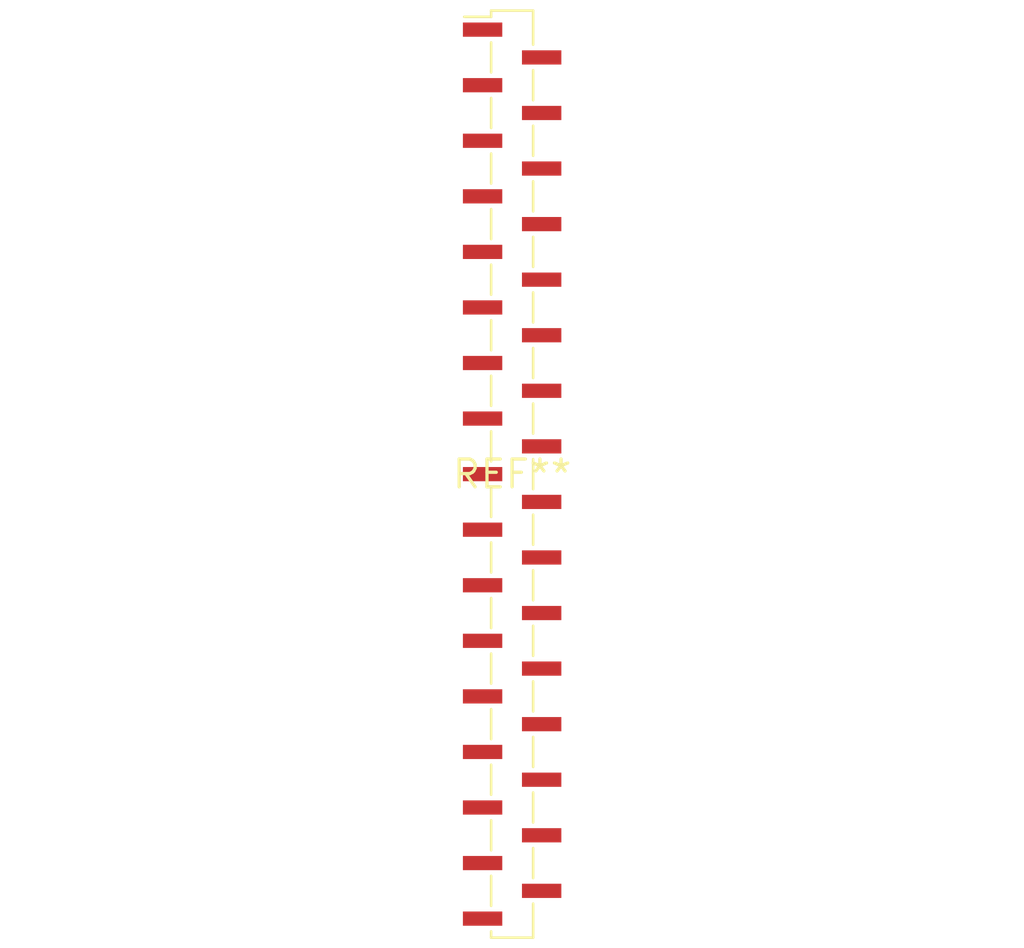
<source format=kicad_pcb>
(kicad_pcb (version 20240108) (generator pcbnew)
  (layers (0 "F.Cu" signal) (31 "B.Cu" signal) (34 "B.Paste" user) (35 "F.Paste" user) (36 "B.SilkS" user "B.Silkscreen") (37 "F.SilkS" user "F.Silkscreen") (38 "B.Mask" user) (39 "F.Mask" user) (44 "Edge.Cuts" user))
  (net 0 "")
  (footprint "PinSocket_1x33_P1.27mm_Vertical_SMD_Pin1Left" (layer "F.Cu") (at 0 0)
    (property "Reference" "REF**")
    (property "Value" "PinSocket_1x33_P1.27mm_Vertical_SMD_Pin1Left")
    (fp_line (start -2.19 -20.905) (end -0.96 -20.905) (layer "F.SilkS") (stroke (width 0.12)))
    (fp_line (start -0.96 -21.19) (end -0.96 -20.905) (layer "F.SilkS") (stroke (width 0.12)))
    (fp_line (start -0.96 -21.19) (end 0.96 -21.19) (layer "F.SilkS") (stroke (width 0.12)))
    (fp_line (start -0.96 -19.735) (end -0.96 -18.365) (layer "F.SilkS") (stroke (width 0.12)))
    (fp_line (start -0.96 -17.195) (end -0.96 -15.825) (layer "F.SilkS") (stroke (width 0.12)))
    (fp_line (start -0.96 -14.655) (end -0.96 -13.285) (layer "F.SilkS") (stroke (width 0.12)))
    (fp_line (start -0.96 -12.115) (end -0.96 -10.745) (layer "F.SilkS") (stroke (width 0.12)))
    (fp_line (start -0.96 -9.575) (end -0.96 -8.205) (layer "F.SilkS") (stroke (width 0.12)))
    (fp_line (start -0.96 -7.035) (end -0.96 -5.665) (layer "F.SilkS") (stroke (width 0.12)))
    (fp_line (start -0.96 -4.495) (end -0.96 -3.125) (layer "F.SilkS") (stroke (width 0.12)))
    (fp_line (start -0.96 -1.955) (end -0.96 -0.585) (layer "F.SilkS") (stroke (width 0.12)))
    (fp_line (start -0.96 0.585) (end -0.96 1.955) (layer "F.SilkS") (stroke (width 0.12)))
    (fp_line (start -0.96 3.125) (end -0.96 4.495) (layer "F.SilkS") (stroke (width 0.12)))
    (fp_line (start -0.96 5.665) (end -0.96 7.035) (layer "F.SilkS") (stroke (width 0.12)))
    (fp_line (start -0.96 8.205) (end -0.96 9.575) (layer "F.SilkS") (stroke (width 0.12)))
    (fp_line (start -0.96 10.745) (end -0.96 12.115) (layer "F.SilkS") (stroke (width 0.12)))
    (fp_line (start -0.96 13.285) (end -0.96 14.655) (layer "F.SilkS") (stroke (width 0.12)))
    (fp_line (start -0.96 15.825) (end -0.96 17.195) (layer "F.SilkS") (stroke (width 0.12)))
    (fp_line (start -0.96 18.365) (end -0.96 19.735) (layer "F.SilkS") (stroke (width 0.12)))
    (fp_line (start -0.96 20.905) (end -0.96 21.19) (layer "F.SilkS") (stroke (width 0.12)))
    (fp_line (start -0.96 21.19) (end 0.96 21.19) (layer "F.SilkS") (stroke (width 0.12)))
    (fp_line (start 0.96 -21.19) (end 0.96 -19.635) (layer "F.SilkS") (stroke (width 0.12)))
    (fp_line (start 0.96 -18.465) (end 0.96 -17.095) (layer "F.SilkS") (stroke (width 0.12)))
    (fp_line (start 0.96 -15.925) (end 0.96 -14.555) (layer "F.SilkS") (stroke (width 0.12)))
    (fp_line (start 0.96 -13.385) (end 0.96 -12.015) (layer "F.SilkS") (stroke (width 0.12)))
    (fp_line (start 0.96 -10.845) (end 0.96 -9.475) (layer "F.SilkS") (stroke (width 0.12)))
    (fp_line (start 0.96 -8.305) (end 0.96 -6.935) (layer "F.SilkS") (stroke (width 0.12)))
    (fp_line (start 0.96 -5.765) (end 0.96 -4.395) (layer "F.SilkS") (stroke (width 0.12)))
    (fp_line (start 0.96 -3.225) (end 0.96 -1.855) (layer "F.SilkS") (stroke (width 0.12)))
    (fp_line (start 0.96 -0.685) (end 0.96 0.685) (layer "F.SilkS") (stroke (width 0.12)))
    (fp_line (start 0.96 1.855) (end 0.96 3.225) (layer "F.SilkS") (stroke (width 0.12)))
    (fp_line (start 0.96 4.395) (end 0.96 5.765) (layer "F.SilkS") (stroke (width 0.12)))
    (fp_line (start 0.96 6.935) (end 0.96 8.305) (layer "F.SilkS") (stroke (width 0.12)))
    (fp_line (start 0.96 9.475) (end 0.96 10.845) (layer "F.SilkS") (stroke (width 0.12)))
    (fp_line (start 0.96 12.015) (end 0.96 13.385) (layer "F.SilkS") (stroke (width 0.12)))
    (fp_line (start 0.96 14.555) (end 0.96 15.925) (layer "F.SilkS") (stroke (width 0.12)))
    (fp_line (start 0.96 17.095) (end 0.96 18.465) (layer "F.SilkS") (stroke (width 0.12)))
    (fp_line (start 0.96 19.635) (end 0.96 21.19) (layer "F.SilkS") (stroke (width 0.12)))
    (pad "1" smd rect (at -1.35 -20.32) (size 1.8 0.65) (layers "F.Cu" "F.Paste" "F.Mask"))
    (pad "2" smd rect (at 1.35 -19.05) (size 1.8 0.65) (layers "F.Cu" "F.Paste" "F.Mask"))
    (pad "3" smd rect (at -1.35 -17.78) (size 1.8 0.65) (layers "F.Cu" "F.Paste" "F.Mask"))
    (pad "4" smd rect (at 1.35 -16.51) (size 1.8 0.65) (layers "F.Cu" "F.Paste" "F.Mask"))
    (pad "5" smd rect (at -1.35 -15.24) (size 1.8 0.65) (layers "F.Cu" "F.Paste" "F.Mask"))
    (pad "6" smd rect (at 1.35 -13.97) (size 1.8 0.65) (layers "F.Cu" "F.Paste" "F.Mask"))
    (pad "7" smd rect (at -1.35 -12.7) (size 1.8 0.65) (layers "F.Cu" "F.Paste" "F.Mask"))
    (pad "8" smd rect (at 1.35 -11.43) (size 1.8 0.65) (layers "F.Cu" "F.Paste" "F.Mask"))
    (pad "9" smd rect (at -1.35 -10.16) (size 1.8 0.65) (layers "F.Cu" "F.Paste" "F.Mask"))
    (pad "10" smd rect (at 1.35 -8.89) (size 1.8 0.65) (layers "F.Cu" "F.Paste" "F.Mask"))
    (pad "11" smd rect (at -1.35 -7.62) (size 1.8 0.65) (layers "F.Cu" "F.Paste" "F.Mask"))
    (pad "12" smd rect (at 1.35 -6.35) (size 1.8 0.65) (layers "F.Cu" "F.Paste" "F.Mask"))
    (pad "13" smd rect (at -1.35 -5.08) (size 1.8 0.65) (layers "F.Cu" "F.Paste" "F.Mask"))
    (pad "14" smd rect (at 1.35 -3.81) (size 1.8 0.65) (layers "F.Cu" "F.Paste" "F.Mask"))
    (pad "15" smd rect (at -1.35 -2.54) (size 1.8 0.65) (layers "F.Cu" "F.Paste" "F.Mask"))
    (pad "16" smd rect (at 1.35 -1.27) (size 1.8 0.65) (layers "F.Cu" "F.Paste" "F.Mask"))
    (pad "17" smd rect (at -1.35 0) (size 1.8 0.65) (layers "F.Cu" "F.Paste" "F.Mask"))
    (pad "18" smd rect (at 1.35 1.27) (size 1.8 0.65) (layers "F.Cu" "F.Paste" "F.Mask"))
    (pad "19" smd rect (at -1.35 2.54) (size 1.8 0.65) (layers "F.Cu" "F.Paste" "F.Mask"))
    (pad "20" smd rect (at 1.35 3.81) (size 1.8 0.65) (layers "F.Cu" "F.Paste" "F.Mask"))
    (pad "21" smd rect (at -1.35 5.08) (size 1.8 0.65) (layers "F.Cu" "F.Paste" "F.Mask"))
    (pad "22" smd rect (at 1.35 6.35) (size 1.8 0.65) (layers "F.Cu" "F.Paste" "F.Mask"))
    (pad "23" smd rect (at -1.35 7.62) (size 1.8 0.65) (layers "F.Cu" "F.Paste" "F.Mask"))
    (pad "24" smd rect (at 1.35 8.89) (size 1.8 0.65) (layers "F.Cu" "F.Paste" "F.Mask"))
    (pad "25" smd rect (at -1.35 10.16) (size 1.8 0.65) (layers "F.Cu" "F.Paste" "F.Mask"))
    (pad "26" smd rect (at 1.35 11.43) (size 1.8 0.65) (layers "F.Cu" "F.Paste" "F.Mask"))
    (pad "27" smd rect (at -1.35 12.7) (size 1.8 0.65) (layers "F.Cu" "F.Paste" "F.Mask"))
    (pad "28" smd rect (at 1.35 13.97) (size 1.8 0.65) (layers "F.Cu" "F.Paste" "F.Mask"))
    (pad "29" smd rect (at -1.35 15.24) (size 1.8 0.65) (layers "F.Cu" "F.Paste" "F.Mask"))
    (pad "30" smd rect (at 1.35 16.51) (size 1.8 0.65) (layers "F.Cu" "F.Paste" "F.Mask"))
    (pad "31" smd rect (at -1.35 17.78) (size 1.8 0.65) (layers "F.Cu" "F.Paste" "F.Mask"))
    (pad "32" smd rect (at 1.35 19.05) (size 1.8 0.65) (layers "F.Cu" "F.Paste" "F.Mask"))
    (pad "33" smd rect (at -1.35 20.32) (size 1.8 0.65) (layers "F.Cu" "F.Paste" "F.Mask"))
  )
)
</source>
